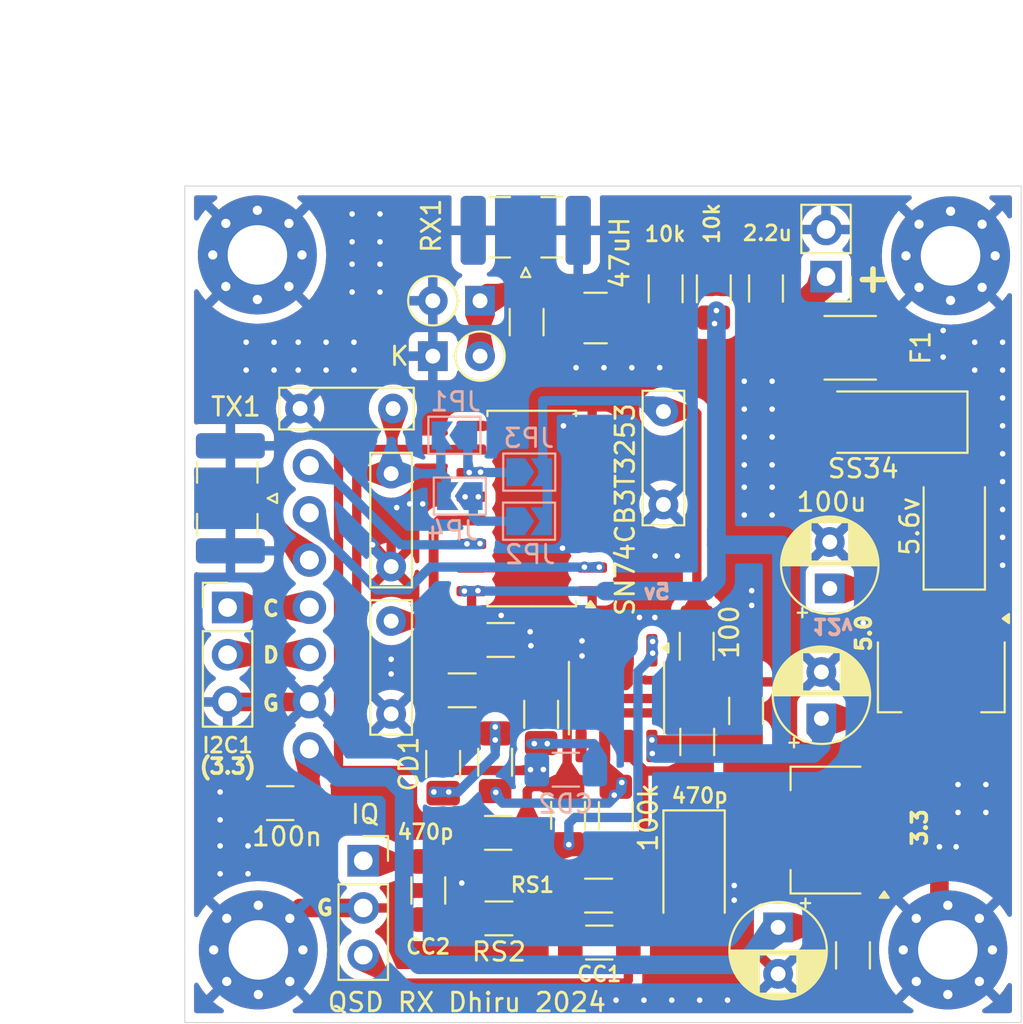
<source format=kicad_pcb>
(kicad_pcb (version 20240108) (generator "pcbnew") (generator_version "8.0")
  (layers (0 "F.Cu" signal) (31 "B.Cu" signal) (34 "B.Paste" user) (35 "F.Paste" user) (36 "B.SilkS" user "B.Silkscreen") (37 "F.SilkS" user "F.Silkscreen") (38 "B.Mask" user) (39 "F.Mask" user) (44 "Edge.Cuts" user))
  (net 0 "")
  (net 1 "Net-(D2-K)")
  (net 2 "+12V")
  (net 3 "+5V")
  (net 4 "Net-(C11-Pad2)")
  (net 5 "Net-(C12-Pad2)")
  (net 6 "Net-(U6B--)")
  (net 7 "Net-(U6A--)")
  (net 8 "Net-(U6B-+)")
  (net 9 "Net-(U6A-+)")
  (net 10 "Net-(U2-2A)")
  (net 11 "Net-(C2-Pad1)")
  (net 12 "GND")
  (net 13 "Net-(JP1-B)")
  (net 14 "Net-(U2-2B1)")
  (net 15 "Net-(JP2-B)")
  (net 16 "Net-(U2-2B4)")
  (net 17 "+3.3V")
  (net 18 "Net-(D1-A)")
  (net 19 "Net-(J1-Pin_2)")
  (net 20 "Net-(J1-Pin_1)")
  (net 21 "Net-(TX1-In)")
  (net 22 "Net-(U1-SO)")
  (net 23 "Net-(U1-S1)")
  (net 29 "Net-(J3-Pin_3)")
  (net 30 "Net-(J3-Pin_1)")
  (net 31 "Net-(CC1-Pad2)")
  (net 32 "Net-(CC2-Pad1)")
  (net 33 "Net-(J2-Pin_1)")
  (net 34 "Net-(JP1-A)")
  (net 35 "Net-(JP2-A)")
  (net 36 "Net-(CD1-Pad1)")
  (net 37 "Net-(CD2-Pad1)")
  (footprint "Resistor_SMD:R_1206_3216Metric_Pad1.30x1.75mm_HandSolder" (layer "F.Cu") (at 113.1625 91.774416 180)
    (property "Reference" "RS1")
    (property "Value" "100" (hide yes))
  )
  (footprint "Capacitor_SMD:C_1206_3216Metric_Pad1.33x1.80mm_HandSolder" (layer "F.Cu") (at 121.1 81.8375 -90)
    (property "Reference" "C16" (hide yes))
    (property "Value" "100n" (hide yes))
  )
  (footprint "Diode_SMD:D_SMA" (layer "F.Cu") (at 132.3 71.8 90)
    (property "Reference" "D4" (hide yes))
    (property "Value" "5.6v")
  )
  (footprint "Capacitor_SMD:C_1206_3216Metric_Pad1.33x1.80mm_HandSolder" (layer "F.Cu") (at 109.29 60.92 90)
    (property "Reference" "C1" (hide yes))
    (property "Value" "10n" (hide yes))
  )
  (footprint "Capacitor_SMD:C_1206_3216Metric_Pad1.33x1.80mm_HandSolder" (layer "F.Cu") (at 107.8925 78.02)
    (property "Reference" "C3" (hide yes))
    (property "Value" "100n" (hide yes))
  )
  (footprint "Resistor_SMD:R_1206_3216Metric_Pad1.30x1.75mm_HandSolder" (layer "F.Cu") (at 116.77 59.125 -90)
    (property "Reference" "R3" (hide yes))
    (property "Value" "10k")
  )
  (footprint "Package_SO:SOIC-16_4.55x10.3mm_P1.27mm" (layer "F.Cu") (at 109.565 70.95 180)
    (property "Reference" "U2" (hide yes))
    (property "Value" "SN74CB3T3253")
  )
  (footprint "Capacitor_SMD:C_1206_3216Metric_Pad1.33x1.80mm_HandSolder" (layer "F.Cu") (at 122.17 59.1075 -90)
    (property "Reference" "C2" (hide yes))
    (property "Value" "2.2u")
  )
  (footprint "Capacitor_THT:C_Rect_L7.0mm_W2.0mm_P5.00mm" (layer "F.Cu") (at 97.1 65.57)
    (property "Reference" "C5" (hide yes))
    (property "Value" "22n MKP" (hide yes))
  )
  (footprint "Package_SO:SO-8_3.9x4.9mm_P1.27mm" (layer "F.Cu") (at 114.125 81.15 -90)
    (property "Reference" "U6" (hide yes))
    (property "Value" "LT6231" (hide yes))
  )
  (footprint "MountingHole:MountingHole_3.2mm_M3_Pad_Via" (layer "F.Cu") (at 131.952944 94.697056)
    (property "Reference" "H4" (hide yes))
    (property "Value" "MountingHole_Pad" (hide yes))
  )
  (footprint "Capacitor_SMD:C_1206_3216Metric_Pad1.33x1.80mm_HandSolder" (layer "F.Cu") (at 104 91.5 90)
    (property "Reference" "CC2")
    (property "Value" "100n" (hide yes))
  )
  (footprint "Connector_PinSocket_2.54mm:PinSocket_1x03_P2.54mm_Vertical" (layer "F.Cu") (at 100.5 89.9)
    (property "Reference" "J3" (hide yes))
    (property "Value" "IQ")
  )
  (footprint "Capacitor_SMD:C_1206_3216Metric_Pad1.33x1.80mm_HandSolder" (layer "F.Cu") (at 126.85 94.99 90)
    (property "Reference" "C17" (hide yes))
    (property "Value" "100n" (hide yes))
  )
  (footprint "Inductor_SMD:L_1210_3225Metric_Pad1.42x2.65mm_HandSolder" (layer "F.Cu") (at 113 60.7 180)
    (property "Reference" "L1" (hide yes))
    (property "Value" "47uH")
  )
  (footprint "Resistor_SMD:R_1206_3216Metric_Pad1.30x1.75mm_HandSolder" (layer "F.Cu") (at 118.44 78.36 90)
    (property "Reference" "R5" (hide yes))
    (property "Value" "100")
  )
  (footprint "footprints:SI5351 Module" (layer "F.Cu") (at 102.5784 91.9064 90)
    (property "Reference" "U1" (hide yes))
    (property "Value" "SI5351Module" (hide yes))
  )
  (footprint "Package_TO_SOT_SMD:SOT-223-3_TabPin2" (layer "F.Cu") (at 125.4 88.25 180)
    (property "Reference" "U5" (hide yes))
    (property "Value" "AMS1117-3.3" (hide yes))
  )
  (footprint "Capacitor_THT:C_Rect_L7.0mm_W2.0mm_P5.00mm" (layer "F.Cu") (at 102 82 90)
    (property "Reference" "C7" (hide yes))
    (property "Value" "22n MKP" (hide yes))
  )
  (footprint "Connector_Coaxial:SMA_Samtec_SMA-J-P-H-ST-EM1_EdgeMount" (layer "F.Cu") (at 109.24 55.7325 90)
    (property "Reference" "RX1")
    (property "Value" "SMA" (hide yes))
  )
  (footprint "Diode_THT:D_DO-35_SOD27_P2.54mm_Vertical_KathodeUp" (layer "F.Cu") (at 104.244315 62.75)
    (property "Reference" "D3" (hide yes))
    (property "Value" "1N4148" (hide yes))
  )
  (footprint "Resistor_SMD:R_1206_3216Metric_Pad1.30x1.75mm_HandSolder" (layer "F.Cu") (at 110.07 82.02 -90)
    (property "Reference" "R6" (hide yes))
    (property "Value" "100" (hide yes))
  )
  (footprint "Package_TO_SOT_SMD:SOT-223-3_TabPin2" (layer "F.Cu") (at 131.6 80 -90)
    (property "Reference" "U3" (hide yes))
    (property "Value" "AMS1117-5.0" (hide yes))
  )
  (footprint "Capacitor_SMD:C_1206_3216Metric_Pad1.33x1.80mm_HandSolder" (layer "F.Cu") (at 118.47 83.5075 -90)
    (property "Reference" "C11" (hide yes))
    (property "Value" "470p")
  )
  (footprint "Capacitor_THT:CP_Radial_D5.0mm_P2.50mm" (layer "F.Cu") (at 125.6 75.25 90)
    (property "Reference" "C8" (hide yes))
    (property "Value" "100u")
  )
  (footprint "Capacitor_SMD:C_1206_3216Metric_Pad1.33x1.80mm_HandSolder" (layer "F.Cu") (at 107.76 88.4 180)
    (property "Reference" "C12" (hide yes))
    (property "Value" "470p")
  )
  (footprint "MountingHole:MountingHole_3.2mm_M3_Pad_Via" (layer "F.Cu") (at 94.802944 57.302944)
    (property "Reference" "H2" (hide yes))
    (property "Value" "MountingHole_Pad" (hide yes))
  )
  (footprint "Capacitor_THT:CP_Radial_D5.0mm_P2.50mm" (layer "F.Cu") (at 122.82 93.484888 -90)
    (property "Reference" "C15" (hide yes))
    (property "Value" "100u" (hide yes))
  )
  (footprint "Connector_PinHeader_2.54mm:PinHeader_1x03_P2.54mm_Vertical" (layer "F.Cu") (at 93.2 76.275)
    (property "Reference" "J1" (hide yes))
    (property "Value" "I2C1")
  )
  (footprint "Capacitor_THT:C_Rect_L7.0mm_W2.0mm_P5.00mm" (layer "F.Cu") (at 116.65 70.73 90)
    (property "Reference" "C6" (hide yes))
    (property "Value" "22n MKP" (hide yes))
  )
  (footprint "Connector_Coaxial:SMA_Samtec_SMA-J-P-H-ST-EM1_EdgeMount" (layer "F.Cu") (at 93.1 70.4 180)
    (property "Reference" "TX1")
    (property "Value" "SMA" (hide yes))
  )
  (footprint "MountingHole:MountingHole_3.2mm_M3_Pad_Via" (layer "F.Cu") (at 132.1 57.35)
    (property "Reference" "H1" (hide yes))
    (property "Value" "MountingHole_Pad" (hide yes))
  )
  (footprint "Resistor_SMD:R_1206_3216Metric_Pad1.30x1.75mm_HandSolder" (layer "F.Cu") (at 107.595 84.6 90)
    (property "Reference" "R4" (hide yes))
    (property "Value" "100" (hide yes))
  )
  (footprint "Capacitor_SMD:C_1206_3216Metric_Pad1.33x1.80mm_HandSolder" (layer "F.Cu") (at 113.2 94.3 180)
    (property "Reference" "CC1")
    (property "Value" "100n" (hide yes))
  )
  (footprint "Diode_THT:D_DO-35_SOD27_P2.54mm_Vertical_KathodeUp" (layer "F.Cu") (at 106.78137 59.77 180)
    (property "Reference" "D2" (hide yes))
    (property "Value" "1N4148" (hide yes))
  )
  (footprint "Capacitor_THT:CP_Radial_D5.0mm_P2.50mm" (layer "F.Cu") (at 125.15 82.245113 90)
    (property "Reference" "C13" (hide yes))
    (property "Value" "100u" (hide yes))
  )
  (footprint "Resistor_SMD:R_1206_3216Metric_Pad1.30x1.75mm_HandSolder" (layer "F.Cu") (at 105.82 80.73 180)
    (property "Reference" "R7" (hide yes))
    (property "Value" "100" (hide yes))
  )
  (footprint "Resistor_SMD:R_1206_3216Metric_Pad1.30x1.75mm_HandSolder" (layer "F.Cu") (at 119.36 59.125 90)
    (property "Reference" "R2" (hide yes))
    (property "Value" "10k")
  )
  (footprint "Resistor_SMD:R_1206_3216Metric_Pad1.30x1.75mm_HandSolder" (layer "F.Cu") (at 107.8 93)
    (property "Reference" "RS2")
    (property "Value" "100" (hide yes))
  )
  (footprint "Diode_SMD:D_SMA" (layer "F.Cu") (at 118.3 90.7 -90)
    (property "Reference" "D5" (hide yes))
    (property "Value" "3.6v" (hide yes))
  )
  (footprint "Connector_PinHeader_2.54mm:PinHeader_1x02_P2.54mm_Vertical" (layer "F.Cu") (at 125.4 58.475 180)
    (property "Reference" "J2" (hide yes))
    (property "Value" "DC 12v" (hide yes))
  )
  (footprint "Capacitor_SMD:C_1206_3216Metric_Pad1.33x1.80mm_HandSolder" (layer "F.Cu") (at 96.03 86.8 180)
    (property "Reference" "C14" (hide yes))
    (property "Value" "100n")
  )
  (footprint "MountingHole:MountingHole_3.2mm_M3_Pad_Via" (layer "F.Cu") (at 94.852944 94.697056)
    (property "Reference" "H3" (hide yes))
    (property "Value" "MountingHole_Pad" (hide yes))
  )
  (footprint "Capacitor_SMD:C_1206_3216Metric_Pad1.33x1.80mm_HandSolder" (layer "F.Cu") (at 104.8 84.7 90)
    (property "Reference" "CD1")
    (property "Value" "10u" (hide yes))
  )
  (footprint "Diode_SMD:D_SMA_Handsoldering" (layer "F.Cu") (at 128.5 66.3 180)
    (property "Reference" "D1" (hide yes))
    (property "Value" "SS34")
  )
  (footprint "Capacitor_THT:C_Rect_L7.0mm_W2.0mm_P5.00mm" (layer "F.Cu") (at 102 74.07 90)
    (property "Reference" "C4" (hide yes))
    (property "Value" "22n MKP" (hide yes))
  )
  (footprint "Resistor_SMD:R_1206_3216Metric_Pad1.30x1.75mm_HandSolder" (layer "F.Cu") (at 111.52 87.46 -90)
    (property "Reference" "R9" (hide yes))
    (property "Value" "100k" (hide yes))
  )
  (footprint "Resistor_SMD:R_1206_3216Metric_Pad1.30x1.75mm_HandSolder" (layer "F.Cu") (at 114.09 87.47 -90)
    (property "Reference" "R8" (hide yes))
    (property "Value" "100k")
  )
  (footprint "Fuse:Fuse_1812_4532Metric_Pad1.30x3.40mm_HandSolder" (layer "F.Cu") (at 126.7 62.3)
    (property "Reference" "F1")
    (property "Value" "500mA" (hide yes))
  )
  (footprint "Jumper:SolderJumper-2_P1.3mm_Open_TrianglePad1.0x1.5mm" (layer "B.Cu") (at 109.42 71.63)
    (property "Reference" "JP2")
    (property "Value" "SolderJumper_2_Open" (hide yes))
  )
  (footprint "Jumper:SolderJumper-2_P1.3mm_Open_TrianglePad1.0x1.5mm" (layer "B.Cu") (at 105.405 67.01 180)
    (property "Reference" "JP1")
    (property "Value" "SolderJumper_2_Open" (hide yes))
  )
  (footprint "Capacitor_SMD:C_1206_3216Metric_Pad1.33x1.80mm_HandSolder" (layer "B.Cu") (at 111.4 85 180)
    (property "Reference" "CD2")
    (property "Value" "10u" (hide yes))
  )
  (footprint "Jumper:SolderJumper-2_P1.3mm_Open_TrianglePad1.0x1.5mm" (layer "B.Cu") (at 109.43 68.99)
    (property "Reference" "JP3")
    (property "Value" "SolderJumper_2_Open" (hide yes))
  )
  (footprint "Jumper:SolderJumper-2_P1.3mm_Open_TrianglePad1.0x1.5mm" (layer "B.Cu") (at 105.695 70.28 180)
    (property "Reference" "JP4")
    (property "Value" "SolderJumper_2_Open" (hide yes))
  )
  (gr_rect (start 90.9 53.6) (end 135.9 98.6) (stroke (width 0.05)) (fill none) (layer "Edge.Cuts"))
  (gr_text "12v" (at 124.57 76.81 180) (layer "B.SilkS") (effects (font (size 0.8 0.8) (thickness 0.2) (bold yes)) (justify left bottom mirror)))
  (gr_text "5v" (at 117.11 75.9 0) (layer "B.SilkS") (effects (font (size 0.8 0.8) (thickness 0.2) (bold yes)) (justify left bottom mirror)))
  (gr_text "5.0" (at 127.89 78.74 90) (layer "F.SilkS") (effects (font (size 0.8 0.8) (thickness 0.2) (bold yes)) (justify left bottom)))
  (gr_text "G" (at 95 81.9 0) (layer "F.SilkS") (effects (font (size 0.8 0.8) (thickness 0.2) (bold yes)) (justify left bottom)))
  (gr_text "3.3" (at 130.9 89.2 90) (layer "F.SilkS") (effects (font (size 0.8 0.8) (thickness 0.2) (bold yes)) (justify left bottom)))
  (gr_text "+" (at 126.8 59.4 0) (layer "F.SilkS") (effects (font (size 1.5 1.5) (thickness 0.3) (bold yes)) (justify left bottom)))
  (gr_text "D" (at 95 79.3 0) (layer "F.SilkS") (effects (font (size 0.8 0.8) (thickness 0.2) (bold yes)) (justify left bottom)))
  (gr_text "(3.3)" (at 91.59 85.29 0) (layer "F.SilkS") (effects (font (size 0.8 0.8) (thickness 0.2) (bold yes)) (justify left bottom)))
  (gr_text "QSD RX Dhiru 2024" (at 98.5 98.1 0) (layer "F.SilkS") (effects (font (size 1 1)) (justify left bottom)))
  (gr_text "C" (at 95 76.8 0) (layer "F.SilkS") (effects (font (size 0.8 0.8) (thickness 0.2) (bold yes)) (justify left bottom)))
  (gr_text "G" (at 97.9 92.9 0) (layer "F.SilkS") (effects (font (size 0.8 0.8) (thickness 0.2) (bold yes)) (justify left bottom)))
  (segment (start 106.78137 59.77) (end 106.78137 62.747055) (width 1) (layer "F.Cu") (net 1))
  (segment (start 107.19387 59.3575) (end 106.78137 59.77) (width 1) (layer "F.Cu") (net 1))
  (segment (start 109.29 59.3575) (end 107.19387 59.3575) (width 1) (layer "F.Cu") (net 1))
  (segment (start 109.29 59.3575) (end 109.29 55.7825) (width 1) (layer "F.Cu") (net 1))
  (segment (start 129.9 67.4) (end 131 66.3) (width 1) (layer "F.Cu") (net 2))
  (segment (start 129.9 70.8) (end 129.9 67.4) (width 1) (layer "F.Cu") (net 2))
  (segment (start 129.9 70.8) (end 129.9 67.5) (width 1) (layer "F.Cu") (net 2))
  (segment (start 129.9 76.91) (end 129.9 75.25) (width 1) (layer "F.Cu") (net 2))
  (segment (start 129.9 67.5) (end 130.8 66.6) (width 1) (layer "F.Cu") (net 2))
  (segment (start 129.9 75.25) (end 129.9 70.8) (width 1) (layer "F.Cu") (net 2))
  (segment (start 129.9 75.25) (end 125.6 75.25) (width 1) (layer "F.Cu") (net 2))
  (segment (start 128.7 82.25) (end 125.154887 82.25) (width 1) (layer "F.Cu") (net 3))
  (segment (start 132.2 83.21) (end 132.2 76.91) (width 1) (layer "F.Cu") (net 3))
  (segment (start 129.5 82.25) (end 130.1 82.25) (width 1) (layer "F.Cu") (net 3))
  (segment (start 130.1 82.25) (end 131.96 82.25) (width 1) (layer "F.Cu") (net 3))
  (segment (start 132.3 73.8) (end 132.3 76.15) (width 1) (layer "F.Cu") (net 3))
  (segment (start 128.55 82.4) (end 128.7 82.25) (width 1) (layer "F.Cu") (net 3))
  (segment (start 116.03 83.725) (end 116.355 83.4) (width 0.5) (layer "F.Cu") (net 3))
  (segment (start 116.355 83.4) (end 121.1 83.4) (width 0.5) (layer "F.Cu") (net 3))
  (segment (start 131.96 82.25) (end 132.92 83.21) (width 1) (layer "F.Cu") (net 3))
  (segment (start 132.3 76.15) (end 131.6 76.85) (width 1) (layer "F.Cu") (net 3))
  (segment (start 128.7 82.25) (end 129.5 82.25) (width 1) (layer "F.Cu") (net 3))
  (segment (start 106.33 78.02) (end 106.33 75.41) (width 0.5) (layer "F.Cu") (net 3))
  (segment (start 128.55 85.95) (end 128.55 82.4) (width 1) (layer "F.Cu") (net 3))
  (via (at 116.05 84.13) (size 0.6) (drill 0.3) (layers "F.Cu" "B.Cu") (net 3))
  (via (at 106.67 75.37) (size 0.6) (drill 0.3) (layers "F.Cu" "B.Cu") (net 3))
  (via (at 119.4 61) (size 0.6) (drill 0.3) (layers "F.Cu" "B.Cu") (net 3))
  (via (at 119.5 60.3) (size 0.6) (drill 0.3) (layers "F.Cu" "B.Cu") (net 3))
  (via (at 116.03 83.4) (size 0.6) (drill 0.3) (layers "F.Cu" "B.Cu") (net 3))
  (via (at 105.94 75.39) (size 0.6) (drill 0.3) (layers "F.Cu" "B.Cu") (net 3))
  (segment (start 119.5 72.1) (end 119.5 60.3) (width 1) (layer "B.Cu") (net 3))
  (segment (start 123 84.13) (end 121.5 84.13) (width 1) (layer "B.Cu") (net 3))
  (segment (start 119.5 72.9) (end 119.5 72.1) (width 1) (layer "B.Cu") (net 3))
  (segment (start 113.5 75.39) (end 114.7 75.39) (width 0.5) (layer "B.Cu") (net 3))
  (segment (start 121.5 84.13) (end 116.23 84.13) (width 1) (layer "B.Cu") (net 3))
  (segment (start 118.91 75.39) (end 113.5 75.39) (width 1) (layer "B.Cu") (net 3))
  (segment (start 125.15 83.68) (end 124.7 84.13) (width 1) (layer "B.Cu") (net 3))
  (segment (start 121.5 84.13) (end 124.7 84.13) (width 1) (layer "B.Cu") (net 3))
  (segment (start 125.15 82.245113) (end 125.15 83.68) (width 1) (layer "B.Cu") (net 3))
  (segment (start 119.5 72.1) (end 119.5 74.8) (width 1) (layer "B.Cu") (net 3))
  (segment (start 123 72.9) (end 123 84.13) (width 1) (layer "B.Cu") (net 3))
  (segment (start 114.7 75.39) (end 117.949339 75.39) (width 0.5) (layer "B.Cu") (net 3))
  (segment (start 105.94 75.39) (end 113.5 75.39) (width 0.5) (layer "B.Cu") (net 3))
  (segment (start 116.03 83.4) (end 116.03 84.11) (width 0.5) (layer "B.Cu") (net 3))
  (segment (start 119.5 72.9) (end 123 72.9) (width 1) (layer "B.Cu") (net 3))
  (segment (start 119.5 74.8) (end 118.91 75.39) (width 1) (layer "B.Cu") (net 3))
  (segment (start 116.03 84.11) (end 116.05 84.13) (width 0.5) (layer "B.Cu") (net 3))
  (segment (start 114.7125 91.774416) (end 114.7125 89.6425) (width 0.5) (layer "F.Cu") (net 4))
  (segment (start 115.19 89.05) (end 114.09 89.05) (width 0.5) (layer "F.Cu") (net 4))
  (segment (start 115.588658 85.011342) (end 115.647316 85.07) (width 0.5) (layer "F.Cu") (net 4))
  (segment (start 114.76 84.182684) (end 115.588658 85.011342) (width 0.5) (layer "F.Cu") (net 4))
  (segment (start 115.588658 85.011342) (end 115.588658 88.651342) (width 0.5) (layer "F.Cu") (net 4))
  (segment (start 114.7125 89.6425) (end 114.09 89.02) (width 0.5) (layer "F.Cu") (net 4))
  (segment (start 115.588658 88.651342) (end 115.19 89.05) (width 0.5) (layer "F.Cu") (net 4))
  (segment (start 115.647316 85.07) (end 118.47 85.07) (width 0.5) (layer "F.Cu") (net 4))
  (segment (start 106.1975 89.6175) (end 106.47 89.89) (width 0.5) (layer "F.Cu") (net 5))
  (segment (start 109.35 89.94) (end 109.4 89.89) (width 0.5) (layer "F.Cu") (net 5))
  (segment (start 110.64 89.89) (end 111.5 89.03) (width 0.5) (layer "F.Cu") (net 5))
  (segment (start 106.1975 88.4) (end 106.1975 89.6175) (width 0.5) (layer "F.Cu") (net 5))
  (segment (start 109.4 89.89) (end 110.64 89.89) (width 0.5) (layer "F.Cu") (net 5))
  (segment (start 109.35 93) (end 109.35 89.94) (width 0.5) (layer "F.Cu") (net 5))
  (segment (start 106.47 89.89) (end 109.4 89.89) (width 0.5) (layer "F.Cu") (net 5))
  (via (at 116.07 78.73) (size 0.6) (drill 0.3) (layers "F.Cu" "B.Cu") (net 5))
  (via (at 116.07 78.1) (size 0.6) (drill 0.3) (layers "F.Cu" "B.Cu") (net 5))
  (via (at 111.56 89.03) (size 0.6) (drill 0.3) (layers "F.Cu" "B.Cu") (net 5))
  (segment (start 111.56 87.89) (end 111.56 89.03) (width 0.5) (layer "B.Cu") (net 5))
  (segment (start 116.07 78.1) (end 116.04 78.07) (width 0.5) (layer "B.Cu") (net 5))
  (segment (start 116.04 78.76) (end 116.04 78.96) (width 0.5) (layer "B.Cu") (net 5))
  (segment (start 116.04 78.07) (end 116.04 78.01) (width 0.5) (layer "B.Cu") (net 5))
  (segment (start 116.04 78.7) (end 116.04 78.13) (width 0.5) (layer "B.Cu") (net 5))
  (segment (start 116.07 78.73) (end 116.04 78.7) (width 0.5) (layer "B.Cu") (net 5))
  (segment (start 111.88 87.57) (end 111.56 87.89) (width 0.5) (layer "B.Cu") (net 5))
  (segment (start 116.04 78.96) (end 115.28 79.72) (width 0.5) (layer "B.Cu") (net 5))
  (segment (start 115.28 79.72) (end 115.28 87.57) (width 0.5) (layer "B.Cu") (net 5))
  (segment (start 115.28 87.57) (end 111.88 87.57) (width 0.5) (layer "B.Cu") (net 5))
  (segment (start 116.07 78.73) (end 116.04 78.76) (width 0.5) (layer "B.Cu") (net 5))
  (segment (start 116.04 78.13) (end 116.07 78.1) (width 0.5) (layer "B.Cu") (net 5))
  (segment (start 113.49 82.18) (end 113.725 81.945) (width 0.5) (layer "F.Cu") (net 6))
  (segment (start 113.49 85.35) (end 114.09 85.95) (width 0.5) (layer "F.Cu") (net 6))
  (segment (start 113.49 83.725) (end 113.49 82.18) (width 0.5) (layer "F.Cu") (net 6))
  (segment (start 113.49 83.725) (end 113.49 85.35) (width 0.5) (layer "F.Cu") (net 6))
  (segment (start 113.725 81.945) (end 118.47 81.945) (width 0.5) (layer "F.Cu") (net 6))
  (via (at 114.004253 86.370011) (size 0.6) (drill 0.3) (layers "F.Cu" "B.Cu") (net 6))
  (via (at 114.41 85.69) (size 0.6) (drill 0.3) (layers "F.Cu" "B.Cu") (net 6))
  (via (at 107.63 86.22) (size 0.6) (drill 0.3) (layers "F.Cu" "B.Cu") (net 6))
  (segment (start 113.7 86.8) (end 108 86.8) (width 0.5) (layer "B.Cu") (net 6))
  (segment (start 114.41 85.69) (end 114.41 86.09) (width 0.5) (layer "B.Cu") (net 6))
  (segment (start 107.63 86.43) (end 107.63 86.22) (width 0.5) (layer "B.Cu") (net 6))
  (segment (start 114.41 86.09) (end 113.7 86.8) (width 0.5) (layer "B.Cu") (net 6))
  (segment (start 114.41 85.72) (end 114.41 85.69) (width 0.5) (layer "B.Cu") (net 6))
  (segment (start 114.41 85.69) (end 114.44 85.69) (width 0.5) (layer "B.Cu") (net 6))
  (segment (start 108 86.8) (end 107.63 86.43) (width 0.5) (layer "B.Cu") (net 6))
  (segment (start 111.47 80.72) (end 111.72 80.47) (width 0.5) (layer "F.Cu") (net 7))
  (segment (start 109.56 85.91) (end 109.3225 86.1475) (width 0.5) (layer "F.Cu") (net 7))
  (segment (start 111.72 80.47) (end 114.63 80.47) (width 0.5) (layer "F.Cu") (net 7))
  (segment (start 109.3225 88.4) (end 109.3225 86.1475) (width 0.5) (layer "F.Cu") (net 7))
  (segment (start 114.63 80.47) (end 114.76 80.34) (width 0.5) (layer "F.Cu") (net 7))
  (segment (start 110.07 80.47) (end 111.72 80.47) (width 0.5) (layer "F.Cu") (net 7))
  (segment (start 111.52 85.91) (end 109.56 85.91) (width 0.5) (layer "F.Cu") (net 7))
  (segment (start 111.47 85.86) (end 111.47 80.72) (width 0.5) (layer "F.Cu") (net 7))
  (segment (start 114.76 80.34) (end 114.76 78.575) (width 0.5) (layer "F.Cu") (net 7))
  (segment (start 112.22 81.72) (end 112.77 81.17) (width 0.5) (layer "F.Cu") (net 8))
  (segment (start 117.18 81.17) (end 118.44 79.91) (width 0.5) (layer "F.Cu") (net 8))
  (segment (start 112.77 81.17) (end 117.18 81.17) (width 0.5) (layer "F.Cu") (net 8))
  (segment (start 112.22 83.725) (end 112.22 81.72) (width 0.5) (layer "F.Cu") (net 8))
  (segment (start 111.47 77.597316) (end 111.817316 77.25) (width 0.5) (layer "F.Cu") (net 9))
  (segment (start 113.27 77.25) (end 113.49 77.47) (width 0.5) (layer "F.Cu") (net 9))
  (segment (start 107.37 80.73) (end 107.37 79.81) (width 0.5) (layer "F.Cu") (net 9))
  (segment (start 107.37 79.81) (end 107.81 79.37) (width 0.5) (layer "F.Cu") (net 9))
  (segment (start 111.817316 77.25) (end 113.27 77.25) (width 0.5) (layer "F.Cu") (net 9))
  (segment (start 111.47 79.25) (end 111.47 77.597316) (width 0.5) (layer "F.Cu") (net 9))
  (segment (start 111.35 79.37) (end 111.47 79.25) (width 0.5) (layer "F.Cu") (net 9))
  (segment (start 113.49 77.47) (end 113.49 78.575) (width 0.5) (layer "F.Cu") (net 9))
  (segment (start 107.81 79.37) (end 111.35 79.37) (width 0.5) (layer "F.Cu") (net 9))
  (segment (start 109.29 60.98) (end 109.57 60.7) (width 0.5) (layer "F.Cu") (net 10))
  (segment (start 109.29 62.4825) (end 109.29 60.98) (width 0.5) (layer "F.Cu") (net 10))
  (segment (start 106.315 66.505) (end 108.245 66.505) (width 0.5) (layer "F.Cu") (net 10))
  (segment (start 108.56 66.19) (end 108.56 63.2125) (width 0.5) (layer "F.Cu") (net 10))
  (segment (start 108.56 63.2125) (end 109.29 62.4825) (width 0.5) (layer "F.Cu") (net 10))
  (segment (start 109.57 60.7) (end 111.5125 60.7) (width 0.5) (layer "F.Cu") (net 10))
  (segment (start 108.245 66.505) (end 108.56 66.19) (width 0.5) (layer "F.Cu") (net 10))
  (segment (start 114.935 57.545) (end 122.17 57.545) (width 1) (layer "F.Cu") (net 11))
  (segment (start 114.4875 57.9925) (end 114.935 57.545) (width 1) (layer "F.Cu") (net 11))
  (segment (start 116.77 57.575) (end 122.14 57.575) (width 0.5) (layer "F.Cu") (net 11))
  (segment (start 114.4875 60.7) (end 114.4875 57.9925) (width 1) (layer "F.Cu") (net 11))
  (segment (start 111.125 74.125) (end 111.22 74.03) (width 0.5) (layer "F.Cu") (net 12))
  (segment (start 102 74.07) (end 102 71.3) (width 0.5) (layer "F.Cu") (net 12))
  (segment (start 109.455 75.34) (end 109.455 77.555) (width 0.5) (layer "F.Cu") (net 12))
  (segment (start 131.5 89.15) (end 131.5 91.844112) (width 1) (layer "F.Cu") (net 12))
  (segment (start 102.3 70.9) (end 102.4 70.9) (width 0.5) (layer "F.Cu") (net 12))
  (segment (start 116.2 73.5) (end 116.2 75.295) (width 0.5) (layer "F.Cu") (net 12))
  (segment (start 97.11 92.44) (end 96.55 93) (width 1) (layer "F.Cu") (net 12))
  (segment (start 116.3 75.395) (end 117.26 75.395) (width 0.5) (layer "F.Cu") (net 12))
  (segment (start 102 71.3) (end 102.3 71) (width 0.5) (layer "F.Cu") (net 12))
  (segment (start 106.315 74.125) (end 107.46 74.125) (width 0.5) (layer "F.Cu") (net 12))
  (segment (start 102.3 71) (end 102.3 70.9) (width 0.5) (layer "F.Cu") (net 12))
  (segment (start 132.4 89.15) (end 131.5 89.15) (width 1) (layer "F.Cu") (net 12))
  (segment (start 103 70.7) (end 103.7 70.7) (width 0.5) (layer "F.Cu") (net 12))
  (segment (start 116.2 75.295) (end 116.3 75.395) (width 0.5) (layer "F.Cu") (net 12))
  (segment (start 102.6 70.7) (end 103 70.7) (width 0.5) (layer "F.Cu") (net 12))
  (segment (start 101.975 79.085) (end 102 79.06) (width 0.5) (layer "F.Cu") (net 12))
  (segment (start 102 73.9) (end 101 72.9) (width 0.5) (layer "F.Cu") (net 12))
  (segment (start 111.22 74.03) (end 111.22 73.08) (width 0.5) (layer "F.Cu") (net 12))
  (segment (start 112.815 75.395) (end 116.3 75.395) (width 0.5) (layer "F.Cu") (net 12))
  (segment (start 121.375 75.395) (end 121.4 75.37) (width 0.5) (layer "F.Cu") (net 12))
  (segment (start 117.4 73.499) (end 117.4 75.255) (width 0.5) (layer "F.Cu") (net 12))
  (segment (start 120.435 91.255) (end 120.46 91.23) (width 0.5) (layer "F.Cu") (net 12))
  (segment (start 117.4 75.255) (end 117.26 75.395) (width 0.5) (layer "F.Cu") (net 12))
  (segment (start 112.815 66.505) (end 111.275 66.505) (width 0.5) (layer "F.Cu") (net 12))
  (segment (start 109.455 74.48) (end 109.455 75.34) (width 0.5) (layer "F.Cu") (net 12))
  (segment (start 102.4 70.9) (end 102.6 70.7) (width 0.5) (layer "F.Cu") (net 12))
  (segment (start 109.18 74.205) (end 109.115 74.14) (width 0.25) (layer "F.Cu") (net 12))
  (segment (start 100.5 92.44) (end 97.11 92.44) (width 1) (layer "F.Cu") (net 12))
  (segment (start 131.5 91.844112) (end 131.893388 92.2375) (width 1) (layer "F.Cu") (net 12))
  (segment (start 106.315 74.125) (end 109.1 74.125) (width 0.5) (layer "F.Cu") (net 12))
  (segment (start 111.275 66.505) (end 111.27 66.5) (width 0.5) (layer "F.Cu") (net 12))
  (segment (start 97.585 81.355) (end 93.2 81.355) (width 1) (layer "F.Cu") (net 12))
  (segment (start 107.46 74.125) (end 109.52 74.125) (width 0.5) (layer "F.Cu") (net 12))
  (segment (start 109.52 74.125) (end 111.125 74.125) (width 0.5) (layer "F.Cu") (net 12))
  (segment (start 109.455 74.19) (end 109.52 74.125) (width 0.5) (layer "F.Cu") (net 12))
  (segment (start 109.455 75.34) (end 109.455 74.19) (width 0.5) (layer "F.Cu") (net 12))
  (via (at 121 64.1) (size 0.6) (drill 0.3) (layers "F.Cu" "B.Cu") (net 12))
  (via (at 94.3 89.1) (size 0.6) (drill 0.3) (layers "F.Cu" "B.Cu") (net 12))
  (via (at 115.6 97.4) (size 0.6) (drill 0.3) (layers "F.Cu" "B.Cu") (net 12))
  (via (at 113.45 63.37) (size 0.6) (drill 0.3) (layers "F.Cu" "B.Cu") (net 12))
  (via (at 121 69.8) (size 0.6) (drill 0.3) (layers "F.Cu" "B.Cu") (net 12))
  (via (at 101.4 57.8) (size 0.6) (drill 0.3) (layers "F.Cu" "B.Cu") (net 12))
  (via (at 99.9 57.8) (size 0.6) (drill 0.3) (layers "F.Cu" "B.Cu") (net 12))
  (via (at 92.8 86.2) (size 0.6) (drill 0.3) (layers "F.Cu" "B.Cu") (net 12))
  (via (at 94.2 62) (size 0.6) (drill 0.3) (layers "F.Cu" "B.Cu") (net 12))
  (via (at 120.46 92.02) (size 0.6) (drill 0.3) (layers "F.Cu" "B.Cu") (net 12))
  (via (at 101.4 55.1) (size 0.6) (drill 0.3) (layers "F.Cu" "B.Cu") (net 12))
  (via (at 102.3 70.9) (size 0.6) (drill 0.3) (layers "F.Cu" "B.Cu") (net 12))
  (via (at 105.8 91.1) (size 0.6) (drill 0.3) (layers "F.Cu" "B.Cu") (net 12))
  (via (at 121 67.1) (size 0.6) (drill 0.3) (layers "F.Cu" "B.Cu") (net 12))
  (via (at 101.4 56.6) (size 0.6) (drill 0.3) (layers "F.Cu" "B.Cu") (net 12))
  (via (at 117.4 73.499) (size 0.6) (drill 0.3) (layers "F.Cu" "B.Cu") (net 12))
  (via (at 134.9 68) (size 0.6) (drill 0.3) (layers "F.Cu" "B.Cu") (net 12))
  (via (at 100 62) (size 0.6) (drill 0.3) (layers "F.Cu" "B.Cu") (net 12))
  (via (at 114.95 63.37) (size 0.6) (drill 0.3) (layers "F.Cu" "B.Cu") (net 12))
  (via (at 95.7 63.5) (size 0.6) (drill 0.3) (layers "F.Cu" "B.Cu") (net 12))
  (via (at 121.4 76.16) (size 0.6) (drill 0.3) (layers "F.Cu" "B.Cu") (net 12))
  (via (at 122.5 67.1) (size 0.6) (drill 0.3) (layers "F.Cu" "B.Cu") (net 12))
  (via (at 122.5 71.3) (size 0.6) (drill 0.3) (layers "F.Cu" "B.Cu") (net 12))
  (via (at 95.7 62) (size 0.6) (drill 0.3) (layers "F.Cu" "B.Cu") (net 12))
  (via (at 131.5 89.15) (size 0.6) (drill 0.3) (layers "F.Cu" "B.Cu") (net 12))
  (via (at 99.9 56.6) (size 0.6) (drill 0.3) (layers "F.Cu" "B.Cu") (net 12))
  (via (at 114.1 97.4) (size 0.6) (drill 0.3) (layers "F.Cu" "B.Cu") (net 12))
  (via (at 134.9 74) (size 0.6) (drill 0.3) (layers "F.Cu" "B.Cu") (net 12))
  (via (at 112.27 78.07) (size 0.6) (drill 0.3) (layers "F.Cu" "B.Cu") (net 12))
  (via (at 101 72.9) (size 0.6) (drill 0.3) (layers "F.Cu" "B.Cu") (net 12))
  (via (at 134.9 69.5) (size 0.6) (drill 0.3) (layers "F.Cu" "B.Cu") (net 12))
  (via (at 117.1 97.4) (size 0.6) (drill 0.3) (layers "F.Cu" "B.Cu") (net 12))
  (via (at 111.22 73.08) (size 0.6) (drill 0.3) (layers "F.Cu" "B.Cu") (net 12))
  (via (at 134 87.3) (size 0.6) (drill 0.3) (layers "F.Cu" "B.Cu") (net 12))
  (via (at 132.5 87.3) (size 0.6) (drill 0.3) (layers "F.Cu" "B.Cu") (net 12))
  (via (at 107.92 76.7) (size 0.6) (drill 0.3) (layers "F.Cu" "B.Cu") (net 12))
  (via (at 134.9 62) (size 0.6) (drill 0.3) (layers "F.Cu" "B.Cu") (net 12))
  (via (at 101.4 59.3) (size 0.6) (drill 0.3) (layers "F.Cu" "B.Cu") (net 12))
  (via (at 133.4 62) (size 0.6) (drill 0.3) (layers "F.Cu" "B.Cu") (net 12))
  (via (at 122.5 64.1) (size 0.6) (drill 0.3) (layers "F.Cu" "B.Cu") (net 12))
  (via (at 103.7 70.7) (size 0.6) (drill 0.3) (layers "F.Cu" "B.Cu") (net 12))
  (via (at 102 79.85) (size 0.6) (drill 0.3) (layers "F.Cu" "B.Cu") (net 12))
  (via (at 112.27 78.88) (size 0.6) (drill 0.3) (layers "F.Cu" "B.Cu") (net 12))
  (via (at 127.4 77.1) (size 0.6) (drill 0.3) (layers "F.Cu" "B.Cu") (net 12))
  (via (at 116.19 76.81) (size 0.6) (drill 0.3) (layers "F.Cu" "B.Cu") (net 12))
  (via (at 92.8 87.7) (size 0.6) (drill 0.3) (layers "F.Cu" "B.Cu") (net 12))
  (via (at 116.45 63.37) (size 0.6) (drill 0.3) (layers "F.Cu" "B.Cu") (net 12))
  (via (at 134.9 71) (size 0.6) (drill 0.3) (layers "F.Cu" "B.Cu") (net 12))
  (via (at 99.9 59.3) (size 0.6) (drill 0.3) (layers "F.Cu" "B.Cu") (net 12))
  (via (at 134.9 65) (size 0.6) (drill 0.3) (layers "F.Cu" "B.Cu") (net 12))
  (via (at 121 71.3) (size 0.6) (drill 0.3) (layers "F.Cu" "B.Cu") (net 12))
  (via (at 133.4 63.5) (size 0.6) (drill 0.3) (layers "F.Cu" "B.Cu") (net 12))
  (via (at 94.2 63.5) (size 0.6) (drill 0.3) (layers "F.Cu" "B.Cu") (net 12))
  (via (at 116.2 73.5) (size 0.6) (drill 0.3) (layers "F.Cu" "B.Cu") (net 12))
  (via (at 97 62) (size 0.6) (drill 0.3) (layers "F.Cu" "B.Cu") (net 12))
  (via (at 102 79.06) (size 0.6) (drill 0.3) (layers "F.Cu" "B.Cu") (net 12))
  (via (at 134.9 66.5) (size 0.6) (drill 0.3) (layers "F.Cu" "B.Cu") (net 12))
  (via (at 111.27 66.5) (size 0.6) (drill 0.3) (layers "F.Cu" "B.Cu") (net 12))
  (via (at 122.5 69.8) (size 0.6) (drill 0.3) (layers "F.Cu" "B.Cu") (net 12))
  (via (at 122.5 65.6) (size 0.6) (drill 0.3) (layers "F.Cu" "B.Cu") (net 12))
  (via (at 120.1 97.4) (size 0.6) (drill 0.3) (layers "F.Cu" "B.Cu") (net 12))
  (via (at 121 65.6) (size 0.6) (drill 0.3) (layers "F.Cu" "B.Cu") (net 12))
  (via (at 122.5 68.6) (size 0.6) (drill 0.3) (layers "F.Cu" "B.Cu") (net 12))
  (via (at 134 85.8) (size 0.6) (drill 0.3) (layers "F.Cu" "B.Cu") (net 12))
  (via (at 98.5 62) (size 0.6) (drill 0.3) (layers "F.Cu" "B.Cu") (net 12))
  (via (at 134.9 72.5) (size 0.6) (drill 0.3) (layers "F.Cu" "B.Cu") (net 12))
  (via (at 131.7 62.8) (size 0.6) (drill 0.3) (layers "F.Cu" "B.Cu") (net 12))
  (via (at 121.4 75.37) (size 0.6) (drill 0.3) (layers "F.Cu" "B.Cu") (net 12))
  (via (at 92.8 89.1) (size 0.6) (drill 0.3) (layers "F.Cu" "B.Cu") (net 12))
  (via (at 94.3 90.6) (size 0.6) (drill 0.3) (layers "F.Cu" "B.Cu") (net 12))
  (via (at 109.52 78.33) (size 0.6) (drill 0.3) (layers "F.Cu" "B.Cu") (net 12))
  (via (at 97 63.5) (size 0.6) (drill 0.3) (layers "F.Cu" "B.Cu") (net 12))
  (via (at 103 70.7) (size 0.6) (drill 0.3) (layers "F.Cu" "B.Cu") (net 12))
  (via (at 98.5 63.5) (size 0.6) (drill 0.3) (layers "F.Cu" "B.Cu") (net 12))
  (via (at 99.9 55.1) (size 0.6) (drill 0.3) (layers "F.Cu" "B.Cu") (net 12))
  (via (at 131.7 61.37) (size 0.6) (drill 0.3) (layers "F.Cu" "B.Cu") (net 12))
  (via (at 115.36 76.81) (size 0.6) (drill 0.3) (layers "F.Cu" "B.Cu") (net 12))
  (via (at 92.8 90.6) (size 0.6) (drill 0.3) (layers "F.Cu" "B.Cu") (net 12))
  (via (at 120.46 91.23) (size 0.6) (drill 0.3) (layers "F.Cu" "B.Cu") (net 12))
  (via (at 132.4 89.15) (size 0.6) (drill 0.3) (layers "F.Cu" "B.Cu") (net 12))
  (via (at 118.6 97.4) (size 0.6) (drill 0.3) (layers "F.Cu" "B.Cu") (net 12))
  (via (at 100 63.5) (size 0.6) (drill 0.3) (layers "F.Cu" "B.Cu") (net 12))
  (via (at 132.5 85.8) (size 0.6) (drill 0.3) (layers "F.Cu" "B.Cu") (net 12))
  (via (at 134.9 63.5) (size 0.6) (drill 0.3) (layers "F.Cu" "B.Cu") (net 12))
  (via (at 121 68.6) (size 0.6) (drill 0.3) (layers "F.Cu" "B.Cu") (net 12))
  (via (at 109.48 77.58) (size 0.6) (drill 0.3) (layers "F.Cu" "B.Cu") (net 12))
  (via (at 111.95 63.37) (size 0.6) (drill 0.3) (layers "F.Cu" "B.Cu") (net 12))
  (segment (start 109.48 78.29) (end 109.52 78.33) (width 0.5) (layer "B.Cu") (net 12))
  (segment (start 109.52 78.33) (end 112.01 78.33) (width 0.5) (layer "B.Cu") (net 12))
  (segment (start 112.01 78.33) (end 112.27 78.07) (width 0.5) (layer "B.Cu") (net 12))
  (segment (start 109.48 77.58) (end 109.48 78.29) (width 0.5) (layer "B.Cu") (net 12))
  (segment (start 112.27 78.88) (end 112.27 78.07) (width 0.5) (layer "B.Cu") (net 12))
  (segment (start 100.15 83.34) (end 100.56 83.75) (width 0.5) (layer "F.Cu") (net 13))
  (segment (start 100.56 83.75) (end 104.1875 83.75) (width 0.5) (layer "F.Cu") (net 13))
  (segment (start 102 69.07) (end 100.3 69.07) (width 0.5) (layer "F.Cu") (net 13))
  (segment (start 100.15 69.22) (end 100.15 83.34) (width 0.5) (layer "F.Cu") (net 13))
  (segment (start 104.1875 83.75) (end 104.8 83.1375) (width 0.5) (layer "F.Cu") (net 13))
  (segment (start 100.3 69.07) (end 100.15 69.22) (width 0.5) (layer "F.Cu") (net 13))
  (segment (start 104.965097 69.334903) (end 104.675097 69.044903) (width 0.5) (layer "B.Cu") (net 13))
  (segment (start 102 69.07) (end 102 67.35) (width 0.5) (layer "B.Cu") (net 13))
  (segment (start 104.965097 70.28) (end 104.965097 69.334903) (width 0.5) (layer "B.Cu") (net 13))
  (segment (start 104.65 69.07) (end 104.675097 69.044903) (width 0.5) (layer "B.Cu") (net 13))
  (segment (start 102 69.07) (end 104.65 69.07) (width 0.5) (layer "B.Cu") (net 13))
  (segment (start 104.675097 69.044903) (end 104.675097 67.01) (width 0.5) (layer "B.Cu") (net 13))
  (segment (start 102 67.35) (end 102.02 67.33) (width 0.5) (layer "B.Cu") (net 13))
  (segment (start 103.36 67.775) (end 106.315 67.775) (width 0.5) (layer "F.Cu") (net 14))
  (segment (start 101.97 67.775) (end 103.36 67.775) (width 0.5) (layer "F.Cu") (net 14))
  (segment (start 99.305 67.775) (end 99.17 67.91) (width 0.5) (layer "F.Cu") (net 14))
  (segment (start 110.19 84.99) (end 110.11 85.04) (width 0.5) (layer "F.Cu") (net 14))
  (segment (start 110.14 85.04) (end 110.19 84.99) (width 0.5) (layer "F.Cu") (net 14))
  (segment (start 109.46 85.04) (end 109.5 85) (width 0.5) (layer "F.Cu") (net 14))
  (segment (start 109.5 85) (end 109.54 85.04) (width 0.5) (layer "F.Cu") (net 14))
  (segment (start 100.085 67.775) (end 100.08 67.78) (width 0.5) (layer "F.Cu") (net 14))
  (segment (start 110.11 85.04) (end 110.06 85.04) (width 0.5) (layer "F.Cu") (net 14))
  (segment (start 102.01 65.57) (end 102.01 67.735) (width 0.5) (layer "F.Cu") (net 14))
  (segment (start 102.1 67.645) (end 102.1 65.57) (width 0.5) (layer "F.Cu") (net 14))
  (segment (start 102.01 67.735) (end 102.1 67.645) (width 0.5) (layer "F.Cu") (net 14))
  (segment (start 99.17 67.91) (end 99.17 85.04) (width 0.5) (layer "F.Cu") (net 14))
  (segment (start 109.54 85.04) (end 109.669999 85.04) (width 0.5) (layer "F.Cu") (net 14))
  (segment (start 106.315 67.775) (end 99.305 67.775) (width 0.5) (layer "F.Cu") (net 14))
  (segment (start 102.01 67.735) (end 101.97 67.775) (width 0.5) (layer "F.Cu") (net 14))
  (segment (start 101.97 67.775) (end 100.085 67.775) (width 0.5) (layer "F.Cu") (net 14))
  (segment (start 102.01 67.735) (end 102.01 66.51) (width 0.5) (layer "F.Cu") (net 14))
  (segment (start 108.7 85.04) (end 109.46 85.04) (width 0.5) (layer "F.Cu") (net 14))
  (segment (start 102 66.5) (end 102.01 66.51) (width 0.5) (layer "F.Cu") (net 14))
  (segment (start 99.17 85.04) (end 108.7 85.04) (width 0.5) (layer "F.Cu") (net 14))
  (segment (start 108.7 85.04) (end 110.14 85.04) (width 0.5) (layer "F.Cu") (net 14))
  (via (at 110.19 84.99) (size 0.6) (drill 0.3) (layers "F.Cu" "B.Cu") (net 14))
  (via (at 109.5 85) (size 0.6) (drill 0.3) (layers "F.Cu" "B.Cu") (net 14))
  (segment (start 118.34 65.73) (end 116.65 65.73) (width 0.5) (layer "F.Cu") (net 15))
  (segment (start 118.45 65.84) (end 118.45 76.8) (width 0.5) (layer "F.Cu") (net 15))
  (segment (start 118.45 65.84) (end 118.34 65.73) (width 0.5) (layer "F.Cu") (net 15))
  (segment (start 110.159903 65.15) (end 116.07 65.15) (width 0.5) (layer "B.Cu") (net 15))
  (segment (start 110.159903 65.15) (end 110.159903 68.99) (width 0.5) (layer "B.Cu") (net 15))
  (segment (start 110.4 71.625) (end 110.4 68.995) (width 0.5) (layer "B.Cu") (net 15))
  (segment (start 116.07 65.15) (end 116.65 65.73) (width 0.5) (layer "B.Cu") (net 15))
  (segment (start 104.565 71.585) (end 104.3 71.85) (width 0.5) (layer "F.Cu") (net 16))
  (segment (start 102 77) (end 104.3 77) (width 0.5) (layer "F.Cu") (net 16))
  (segment (start 104.3 71.85) (end 104.3 76.33) (width 0.5) (layer "F.Cu") (net 16))
  (segment (start 104.3 76.33) (end 104.3 76.75) (width 0.5) (layer "F.Cu") (net 16))
  (segment (start 106.315 71.585) (end 104.565 71.585) (width 0.5) (layer "F.Cu") (net 16))
  (segment (start 104.27 71.88) (end 104.3 71.85) (width 0.5) (layer "F.Cu") (net 16))
  (segment (start 104.3 76.75) (end 104.3 77) (width 0.5) (layer "F.Cu") (net 16))
  (segment (start 104.3 76.33) (end 104.3 77.4) (width 0.5) (layer "F.Cu") (net 16))
  (segment (start 104.27 80.73) (end 104.27 71.88) (width 0.5) (layer "F.Cu") (net 16))
  (segment (start 104.3 77) (end 104.3 79.37) (width 0.5) (layer "F.Cu") (net 16))
  (segment (start 126.85 93.4275) (end 122.877388 93.4275) (width 1) (layer "F.Cu") (net 17))
  (segment (start 126.85 93.4275) (end 126.11 93.4275) (width 1) (layer "F.Cu") (net 17))
  (segment (start 126.11 93.4275) (end 126.1 93.4375) (width 1) (layer "F.Cu") (net 17))
  (segment (start 128.55 88.25) (end 125.75 88.25) (width 1) (layer "F.Cu") (net 17))
  (segment (start 118.3 88.7) (end 121.8 88.7) (width 1) (layer "F.Cu") (net 17))
  (segment (start 125.75 88.25) (end 122.25 88.25) (width 1) (layer "F.Cu") (net 17))
  (segment (start 126.1 88.6) (end 125.75 88.25) (width 1) (layer "F.Cu") (net 17))
  (segment (start 126.1 93.4375) (end 126.1 88.6) (width 1) (layer "F.Cu") (net 17))
  (segment (start 97.6 83.88) (end 97.6 86.7925) (width 1) (layer "F.Cu") (net 17))
  (segment (start 97.6 83.88) (end 99.12 85.4) (width 1) (layer "B.Cu") (net 17))
  (segment (start 99.12 85.4) (end 101.9 85.4) (width 1) (layer "B.Cu") (net 17))
  (segment (start 102.7 86.2) (end 102.7 94.7) (width 1) (layer "B.Cu") (net 17))
  (segment (start 103.5 95.5) (end 120.804888 95.5) (width 1) (layer "B.Cu") (net 17))
  (segment (start 101.9 85.4) (end 102.7 86.2) (width 1) (layer "B.Cu") (net 17))
  (segment (start 120.804888 95.5) (end 122.82 93.484888) (width 1) (layer "B.Cu") (net 17))
  (segment (start 102.7 94.7) (end 103.5 95.5) (width 1) (layer "B.Cu") (net 17))
  (segment (start 128.925 63.375) (end 126 66.3) (width 1) (layer "F.Cu") (net 18))
  (segment (start 97.585 78.815) (end 93.2 78.815) (width 1) (layer "F.Cu") (net 19))
  (segment (start 97.585 76.275) (end 93.2 76.275) (width 1) (layer "F.Cu") (net 20))
  (segment (start 93.1 70.4) (end 94.28 70.4) (width 1) (layer "F.Cu") (net 21))
  (segment (start 94.28 70.4) (end 97.6 73.72) (width 1) (layer "F.Cu") (net 21))
  (via (at 106.08 72.85) (size 0.6) (drill 0.3) (layers "F.Cu" "B.Cu") (net 22))
  (via (at 106.78 72.83) (size 0.6) (drill 0.3) (layers "F.Cu" "B.Cu") (net 22))
  (segment (start 99.107873 69.507873) (end 102.5 72.9) (width 0.5) (layer "B.Cu") (net 22))
  (segment (start 105.47765 72.9) (end 105.266788 72.9) (width 0.5) (layer "B.Cu") (net 22))
  (segment (start 98.24 68.64) (end 98.85178 69.25178) (width 0.5) (layer "B.Cu") (net 22))
  (segment (start 106.71 72.9) (end 105.47765 72.9) (width 0.5) (layer "B.Cu") (net 22))
  (segment (start 102.0469 72.446899) (end 102.500001 72.9) (width 0.5) (layer "B.Cu") (net 22))
  (segment (start 106.78 72.83) (end 106.71 72.9) (width 0.5) (layer "B.Cu") (net 22))
  (segment (start 98.85178 69.25178) (end 99.107873 69.507873) (width 0.5) (layer "B.Cu") (net 22))
  (segment (start 102.18832 72.58832) (end 102.0469 72.446899) (width 0.5) (layer "B.Cu") (net 22))
  (segment (start 102.5 72.9) (end 102.18832 72.58832) (width 0.5) (layer "B.Cu") (net 22))
  (segment (start 102.500001 72.9) (end 105.266788 72.9) (width 0.5) (layer "B.Cu") (net 22))
  (via (at 112.4 74.1) (size 0.6) (drill 0.3) (layers "F.Cu" "B.Cu") (net 23))
  (via (at 113.2 74.1) (size 0.6) (drill 0.3) (layers "F.Cu" "B.Cu") (net 23))
  (segment (start 102.9 75.3) (end 104.1 74.1) (width 0.5) (layer "B.Cu") (net 23))
  (segment (start 102.9 75.32) (end 102.9 75.3) (width 0.5) (layer "B.Cu") (net 23))
  (segment (start 101.22 75.32) (end 102.9 75.32) (width 0.5) (layer "B.Cu") (net 23))
  (segment (start 104.1 74.1) (end 113.2 74.1) (width 0.5) (layer "B.Cu") (net 23))
  (segment (start 97.6 71.7) (end 101.22 75.32) (width 0.5) (layer "B.Cu") (net 23))
  (segment (start 102 96.48) (end 114.6 96.48) (width 0.5) (layer "F.Cu") (net 29))
  (segment (start 114.7625 94.3) (end 114.7625 96.3175) (width 0.5) (layer "F.Cu") (net 29))
  (segment (start 100.5 94.98) (end 102 96.48) (width 0.5) (layer "F.Cu") (net 29))
  (segment (start 114.7625 96.3175) (end 114.6 96.48) (width 0.5) (layer "F.Cu") (net 29))
  (segment (start 104 89.9375) (end 100.5375 89.9375) (width 1) (layer "F.Cu") (net 30))
  (segment (start 111.6125 91.774416) (end 111.6125 94.275) (width 0.5) (layer "F.Cu") (net 31))
  (segment (start 104 93.0625) (end 106.1875 93.0625) (width 0.5) (layer "F.Cu") (net 32))
  (segment (start 124.475 59.4) (end 125.4 58.475) (width 1) (layer "F.Cu") (net 33))
  (segment (start 124.475 62.3) (end 124.475 59.4) (width 1) (layer "F.Cu") (net 33))
  (via (at 106.2 69.01) (size 0.6) (drill 0.3) (layers "F.Cu" "B.Cu") (net 34))
  (via (at 106.81 68.99) (size 0.6) (drill 0.3) (layers "F.Cu" "B.Cu") (net 34))
  (segment (start 106.2 69.01) (end 106.79 69.01) (width 0.5) (layer "B.Cu") (net 34))
  (segment (start 106.13 67.01) (end 106.13 68.99) (width 0.5) (layer "B.Cu") (net 34))
  (segment (start 106.13 68.99) (end 106.15 69.01) (width 0.5) (layer "B.Cu") (net 34))
  (segment (start 106.2 69.01) (end 108.685 69.01) (width 0.5) (layer "B.Cu") (net 34))
  (segment (start 106.15 69.01) (end 106.2 69.01) (width 0.5) (layer "B.Cu") (net 34))
  (segment (start 106.79 69.01) (end 106.81 68.99) (width 0.5) (layer "B.Cu") (net 34))
  (via (at 106.69 70.32) (size 0.6) (drill 0.3) (layers "F.Cu" "B.Cu") (net 35))
  (via (at 105.98 70.32) (size 0.6) (drill 0.3) (layers "F.Cu" "B.Cu") (net 35))
  (segment (start 106.42 70.28) (end 106.42 71.39) (width 0.5) (layer "B.Cu") (net 35))
  (segment (start 106.66 71.63) (end 108.695 71.63) (width 0.5) (layer "B.Cu") (net 35))
  (segment (start 106.42 71.39) (end 106.66 71.63) (width 0.5) (layer "B.Cu") (net 35))
  (via (at 104.3 86.2) (size 0.6) (drill 0.3) (layers "F.Cu" "B.Cu") (net 36))
  (via (at 107.6 82.7) (size 0.6) (drill 0.3) (layers "F.Cu" "B.Cu") (net 36))
  (via (at 105.1 86.2) (size 0.6) (drill 0.3) (layers "F.Cu" "B.Cu") (net 36))
  (via (at 107.6 83.4) (size 0.6) (drill 0.3) (layers "F.Cu" "B.Cu") (net 36))
  (segment (start 105.8 86) (end 107.6 84.2) (width 0.5) (layer "B.Cu") (net 36))
  (segment (start 107.6 84.2) (end 107.6 83.4) (width 0.5) (layer "B.Cu") (net 36))
  (segment (start 105.6 86.2) (end 105.8 86) (width 0.5) (layer "B.Cu") (net 36))
  (segment (start 104.3 86.2) (end 105.6 86.2) (width 0.5) (layer "B.Cu") (net 36))
  (segment (start 107.6 83.4) (end 107.6 82.7) (width 0.5) (layer "B.Cu") (net 36))
  (via (at 110.4 83.6) (size 0.6) (drill 0.3) (layers "F.Cu" "B.Cu") (net 37))
  (via (at 109.7 83.6) (size 0.6) (drill 0.3) (layers "F.Cu" "B.Cu") (net 37))
  (segment (start 109.7 83.6) (end 109.5 83.6) (width 0.5) (layer "B.Cu") (net 37))
  (segment (start 112.9625 83.6625) (end 112.9 83.6) (width 0.5) (layer "B.Cu") (net 37))
  (segment (start 112.9625 85) (end 112.9625 83.6625) (width 0.5) (layer "B.Cu") (net 37))
  (segment (start 112.9 83.6) (end 110.4 83.6) (width 0.5) (layer "B.Cu") (net 37))
  (segment (start 110.4 83.6) (end 109.7 83.6) (width 0.5) (layer "B.Cu") (net 37))
  (zone (net 12) (net_name "GND") (layers "F&B.Cu") (connect_pads (clearance 0.5)) (min_thickness 0.25) (fill yes (thermal_gap 0.5) (thermal_bridge_width 0.5))
    (polygon (pts (xy 115.33875 53.55875) (xy 135.95875 53.55875) (xy 136.00875 98.68375) (xy 90.89875 98.68375) (xy 90.84875 53.55875) (xy 103.90875 53.55875) (xy 105.17875 53.55875) (xy 109.62375 53.55875)))
  )
)
</source>
